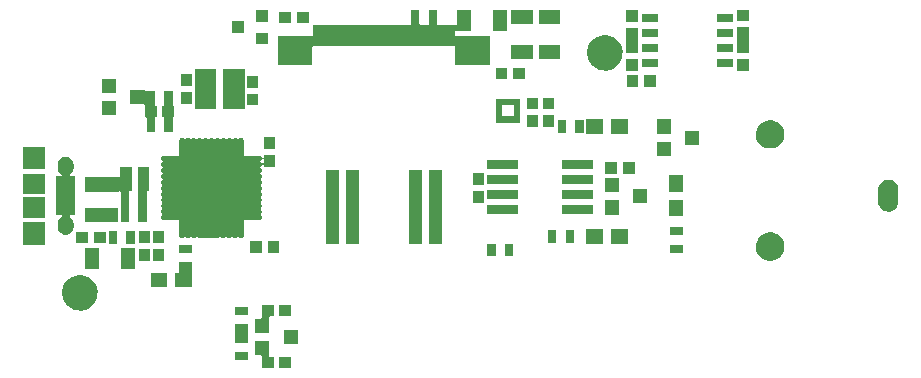
<source format=gbs>
G04 #@! TF.FileFunction,Soldermask,Bot*
%FSLAX46Y46*%
G04 Gerber Fmt 4.6, Leading zero omitted, Abs format (unit mm)*
G04 Created by KiCad (PCBNEW 4.0.2-stable) date 19/05/2016 18:52:09*
%MOMM*%
G01*
G04 APERTURE LIST*
%ADD10C,0.100000*%
G04 APERTURE END LIST*
D10*
G36*
X123150000Y-98375000D02*
X122150000Y-98375000D01*
X122150000Y-97425000D01*
X123150000Y-97425000D01*
X123150000Y-98375000D01*
X123150000Y-98375000D01*
G37*
G36*
X121300000Y-97325000D02*
X121303959Y-97352859D01*
X121315523Y-97378513D01*
X121333776Y-97399929D01*
X121357272Y-97415412D01*
X121384152Y-97423736D01*
X121400000Y-97425000D01*
X121650000Y-97425000D01*
X121650000Y-98375000D01*
X120650000Y-98375000D01*
X120650000Y-97350000D01*
X120646041Y-97322141D01*
X120634477Y-97296487D01*
X120616224Y-97275071D01*
X120592728Y-97259588D01*
X120565848Y-97251264D01*
X120550000Y-97250000D01*
X120100000Y-97250000D01*
X120100000Y-96050000D01*
X121300000Y-96050000D01*
X121300000Y-97325000D01*
X121300000Y-97325000D01*
G37*
G36*
X119450000Y-97700000D02*
X118350000Y-97700000D01*
X118350000Y-97000000D01*
X119450000Y-97000000D01*
X119450000Y-97700000D01*
X119450000Y-97700000D01*
G37*
G36*
X123700000Y-96300000D02*
X122500000Y-96300000D01*
X122500000Y-95100000D01*
X123700000Y-95100000D01*
X123700000Y-96300000D01*
X123700000Y-96300000D01*
G37*
G36*
X119450000Y-96200000D02*
X118350000Y-96200000D01*
X118350000Y-94650000D01*
X119450000Y-94650000D01*
X119450000Y-96200000D01*
X119450000Y-96200000D01*
G37*
G36*
X121650000Y-93975000D02*
X121400000Y-93975000D01*
X121372141Y-93978959D01*
X121346487Y-93990523D01*
X121325071Y-94008776D01*
X121309588Y-94032272D01*
X121301264Y-94059152D01*
X121300000Y-94075000D01*
X121300000Y-95350000D01*
X120100000Y-95350000D01*
X120100000Y-94150000D01*
X120550000Y-94150000D01*
X120577859Y-94146041D01*
X120603513Y-94134477D01*
X120624929Y-94116224D01*
X120640412Y-94092728D01*
X120648736Y-94065848D01*
X120650000Y-94050000D01*
X120650000Y-93025000D01*
X121650000Y-93025000D01*
X121650000Y-93975000D01*
X121650000Y-93975000D01*
G37*
G36*
X123150000Y-93975000D02*
X122150000Y-93975000D01*
X122150000Y-93025000D01*
X123150000Y-93025000D01*
X123150000Y-93975000D01*
X123150000Y-93975000D01*
G37*
G36*
X119450000Y-93850000D02*
X118350000Y-93850000D01*
X118350000Y-93150000D01*
X119450000Y-93150000D01*
X119450000Y-93850000D01*
X119450000Y-93850000D01*
G37*
G36*
X105407557Y-90470995D02*
X105695710Y-90530144D01*
X105966888Y-90644137D01*
X106210767Y-90808635D01*
X106418045Y-91017365D01*
X106580832Y-91262381D01*
X106692932Y-91534353D01*
X106749932Y-91822228D01*
X106749932Y-91822249D01*
X106750064Y-91822917D01*
X106745373Y-92158910D01*
X106745221Y-92159578D01*
X106745221Y-92159597D01*
X106680206Y-92445764D01*
X106560555Y-92714505D01*
X106390992Y-92954875D01*
X106177965Y-93157738D01*
X105929587Y-93315363D01*
X105655337Y-93421738D01*
X105365634Y-93472821D01*
X105071533Y-93466659D01*
X104784230Y-93403493D01*
X104514668Y-93285723D01*
X104273114Y-93117839D01*
X104068769Y-92906233D01*
X103909417Y-92658967D01*
X103801125Y-92385455D01*
X103748024Y-92096124D01*
X103752131Y-91801990D01*
X103813292Y-91514245D01*
X103929174Y-91243872D01*
X104095371Y-91001149D01*
X104305544Y-90795333D01*
X104551690Y-90634259D01*
X104824435Y-90524063D01*
X105113392Y-90468941D01*
X105407557Y-90470995D01*
X105407557Y-90470995D01*
G37*
G36*
X114750000Y-91500000D02*
X113350000Y-91500000D01*
X113350000Y-90300000D01*
X113550000Y-90300000D01*
X113577859Y-90296041D01*
X113603513Y-90284477D01*
X113624929Y-90266224D01*
X113640412Y-90242728D01*
X113648736Y-90215848D01*
X113650000Y-90200000D01*
X113650000Y-89400000D01*
X114750000Y-89400000D01*
X114750000Y-91500000D01*
X114750000Y-91500000D01*
G37*
G36*
X112650000Y-91500000D02*
X111250000Y-91500000D01*
X111250000Y-90300000D01*
X112650000Y-90300000D01*
X112650000Y-91500000D01*
X112650000Y-91500000D01*
G37*
G36*
X109900000Y-90000000D02*
X108700000Y-90000000D01*
X108700000Y-88200000D01*
X109900000Y-88200000D01*
X109900000Y-90000000D01*
X109900000Y-90000000D01*
G37*
G36*
X106900000Y-90000000D02*
X105700000Y-90000000D01*
X105700000Y-88200000D01*
X106900000Y-88200000D01*
X106900000Y-90000000D01*
X106900000Y-90000000D01*
G37*
G36*
X163826041Y-86850796D02*
X164056570Y-86898116D01*
X164273512Y-86989310D01*
X164468615Y-87120908D01*
X164634436Y-87287891D01*
X164764666Y-87483904D01*
X164854347Y-87701486D01*
X164899919Y-87931641D01*
X164899919Y-87931666D01*
X164900051Y-87932334D01*
X164896298Y-88201128D01*
X164896147Y-88201791D01*
X164896147Y-88201815D01*
X164844164Y-88430612D01*
X164748445Y-88645603D01*
X164612794Y-88837900D01*
X164442372Y-89000191D01*
X164243669Y-89126291D01*
X164024270Y-89211391D01*
X163792507Y-89252257D01*
X163557226Y-89247328D01*
X163327385Y-89196795D01*
X163111734Y-89102579D01*
X162918491Y-88968272D01*
X162755015Y-88798987D01*
X162627533Y-88601173D01*
X162540899Y-88382363D01*
X162498418Y-88150900D01*
X162501704Y-87915592D01*
X162550633Y-87685400D01*
X162643341Y-87469094D01*
X162776296Y-87274919D01*
X162944433Y-87110268D01*
X163141354Y-86981406D01*
X163359547Y-86893250D01*
X163590714Y-86849152D01*
X163826041Y-86850796D01*
X163826041Y-86850796D01*
G37*
G36*
X111175000Y-89250000D02*
X110225000Y-89250000D01*
X110225000Y-88250000D01*
X111175000Y-88250000D01*
X111175000Y-89250000D01*
X111175000Y-89250000D01*
G37*
G36*
X112375000Y-89250000D02*
X111425000Y-89250000D01*
X111425000Y-88250000D01*
X112375000Y-88250000D01*
X112375000Y-89250000D01*
X112375000Y-89250000D01*
G37*
G36*
X141950000Y-88900000D02*
X141250000Y-88900000D01*
X141250000Y-87800000D01*
X141950000Y-87800000D01*
X141950000Y-88900000D01*
X141950000Y-88900000D01*
G37*
G36*
X140450000Y-88900000D02*
X139750000Y-88900000D01*
X139750000Y-87800000D01*
X140450000Y-87800000D01*
X140450000Y-88900000D01*
X140450000Y-88900000D01*
G37*
G36*
X156300000Y-88600000D02*
X155200000Y-88600000D01*
X155200000Y-87900000D01*
X156300000Y-87900000D01*
X156300000Y-88600000D01*
X156300000Y-88600000D01*
G37*
G36*
X114750000Y-88600000D02*
X113650000Y-88600000D01*
X113650000Y-87900000D01*
X114750000Y-87900000D01*
X114750000Y-88600000D01*
X114750000Y-88600000D01*
G37*
G36*
X120650000Y-88575000D02*
X119650000Y-88575000D01*
X119650000Y-87625000D01*
X120650000Y-87625000D01*
X120650000Y-88575000D01*
X120650000Y-88575000D01*
G37*
G36*
X122150000Y-88575000D02*
X121150000Y-88575000D01*
X121150000Y-87625000D01*
X122150000Y-87625000D01*
X122150000Y-88575000D01*
X122150000Y-88575000D01*
G37*
G36*
X102300000Y-87900000D02*
X100400000Y-87900000D01*
X100400000Y-86000000D01*
X102300000Y-86000000D01*
X102300000Y-87900000D01*
X102300000Y-87900000D01*
G37*
G36*
X108400000Y-87850000D02*
X107700000Y-87850000D01*
X107700000Y-86750000D01*
X108400000Y-86750000D01*
X108400000Y-87850000D01*
X108400000Y-87850000D01*
G37*
G36*
X109900000Y-87850000D02*
X109200000Y-87850000D01*
X109200000Y-86750000D01*
X109900000Y-86750000D01*
X109900000Y-87850000D01*
X109900000Y-87850000D01*
G37*
G36*
X127200000Y-87825000D02*
X126100000Y-87825000D01*
X126100000Y-81575000D01*
X127200000Y-81575000D01*
X127200000Y-87825000D01*
X127200000Y-87825000D01*
G37*
G36*
X135900000Y-87825000D02*
X134800000Y-87825000D01*
X134800000Y-81575000D01*
X135900000Y-81575000D01*
X135900000Y-87825000D01*
X135900000Y-87825000D01*
G37*
G36*
X134200000Y-87825000D02*
X133100000Y-87825000D01*
X133100000Y-81575000D01*
X134200000Y-81575000D01*
X134200000Y-87825000D01*
X134200000Y-87825000D01*
G37*
G36*
X128900000Y-87825000D02*
X127800000Y-87825000D01*
X127800000Y-81575000D01*
X128900000Y-81575000D01*
X128900000Y-87825000D01*
X128900000Y-87825000D01*
G37*
G36*
X151650000Y-87800000D02*
X150250000Y-87800000D01*
X150250000Y-86600000D01*
X151650000Y-86600000D01*
X151650000Y-87800000D01*
X151650000Y-87800000D01*
G37*
G36*
X149550000Y-87800000D02*
X148150000Y-87800000D01*
X148150000Y-86600000D01*
X149550000Y-86600000D01*
X149550000Y-87800000D01*
X149550000Y-87800000D01*
G37*
G36*
X105950000Y-87775000D02*
X104950000Y-87775000D01*
X104950000Y-86825000D01*
X105950000Y-86825000D01*
X105950000Y-87775000D01*
X105950000Y-87775000D01*
G37*
G36*
X107450000Y-87775000D02*
X106450000Y-87775000D01*
X106450000Y-86825000D01*
X107450000Y-86825000D01*
X107450000Y-87775000D01*
X107450000Y-87775000D01*
G37*
G36*
X145600000Y-87750000D02*
X144900000Y-87750000D01*
X144900000Y-86650000D01*
X145600000Y-86650000D01*
X145600000Y-87750000D01*
X145600000Y-87750000D01*
G37*
G36*
X112375000Y-87750000D02*
X111425000Y-87750000D01*
X111425000Y-86750000D01*
X112375000Y-86750000D01*
X112375000Y-87750000D01*
X112375000Y-87750000D01*
G37*
G36*
X111175000Y-87750000D02*
X110225000Y-87750000D01*
X110225000Y-86750000D01*
X111175000Y-86750000D01*
X111175000Y-87750000D01*
X111175000Y-87750000D01*
G37*
G36*
X147100000Y-87750000D02*
X146400000Y-87750000D01*
X146400000Y-86650000D01*
X147100000Y-86650000D01*
X147100000Y-87750000D01*
X147100000Y-87750000D01*
G37*
G36*
X118950171Y-78851463D02*
X118950189Y-78851469D01*
X118950269Y-78851477D01*
X118996879Y-78865905D01*
X119039798Y-78889112D01*
X119077393Y-78920212D01*
X119108230Y-78958023D01*
X119131137Y-79001103D01*
X119145239Y-79047812D01*
X119150000Y-79096371D01*
X119150000Y-80103629D01*
X119149976Y-80107120D01*
X119144537Y-80155607D01*
X119129784Y-80202114D01*
X119128963Y-80203607D01*
X119128817Y-80204068D01*
X119119713Y-80228144D01*
X119117487Y-80256195D01*
X119123165Y-80283756D01*
X119136295Y-80308644D01*
X119155840Y-80328888D01*
X119164225Y-80333696D01*
X119165523Y-80336575D01*
X119183776Y-80357991D01*
X119207272Y-80373474D01*
X119234152Y-80381798D01*
X119262287Y-80382304D01*
X119295633Y-80371772D01*
X119301103Y-80368863D01*
X119347812Y-80354761D01*
X119396371Y-80350000D01*
X120403629Y-80350000D01*
X120407120Y-80350024D01*
X120455607Y-80355463D01*
X120502114Y-80370216D01*
X120544871Y-80393722D01*
X120582247Y-80425084D01*
X120612820Y-80463109D01*
X120635425Y-80506348D01*
X120635496Y-80506591D01*
X120636379Y-80508279D01*
X120652794Y-80531134D01*
X120674927Y-80548510D01*
X120701025Y-80559033D01*
X120729021Y-80561869D01*
X120756698Y-80556793D01*
X120781866Y-80544207D01*
X120802531Y-80525108D01*
X120817057Y-80501008D01*
X120825000Y-80461950D01*
X120825000Y-80300000D01*
X121775000Y-80300000D01*
X121775000Y-81300000D01*
X120825000Y-81300000D01*
X120825000Y-81238894D01*
X120821041Y-81211035D01*
X120809477Y-81185381D01*
X120791224Y-81163965D01*
X120767728Y-81148482D01*
X120740848Y-81140158D01*
X120712713Y-81139652D01*
X120685551Y-81147004D01*
X120661513Y-81161632D01*
X120637035Y-81191332D01*
X120634174Y-81196623D01*
X120634095Y-81196879D01*
X120610888Y-81239798D01*
X120579788Y-81277393D01*
X120579372Y-81277732D01*
X120573684Y-81284608D01*
X120574009Y-81284877D01*
X120566097Y-81293449D01*
X120553527Y-81318625D01*
X120548469Y-81346306D01*
X120551323Y-81374300D01*
X120561863Y-81400391D01*
X120576382Y-81417669D01*
X120576245Y-81417779D01*
X120581852Y-81424753D01*
X120582247Y-81425084D01*
X120612820Y-81463109D01*
X120635425Y-81506348D01*
X120649201Y-81553155D01*
X120649207Y-81553222D01*
X120649213Y-81553242D01*
X120653627Y-81601744D01*
X120648537Y-81650171D01*
X120648531Y-81650189D01*
X120648523Y-81650269D01*
X120634095Y-81696879D01*
X120610888Y-81739798D01*
X120579788Y-81777393D01*
X120579373Y-81777732D01*
X120573684Y-81784608D01*
X120574009Y-81784877D01*
X120566097Y-81793449D01*
X120553527Y-81818625D01*
X120548469Y-81846306D01*
X120551323Y-81874300D01*
X120561863Y-81900391D01*
X120576382Y-81917669D01*
X120576245Y-81917779D01*
X120581852Y-81924753D01*
X120582247Y-81925084D01*
X120612820Y-81963109D01*
X120635425Y-82006348D01*
X120649201Y-82053155D01*
X120649207Y-82053222D01*
X120649213Y-82053242D01*
X120653627Y-82101744D01*
X120648537Y-82150171D01*
X120648531Y-82150189D01*
X120648523Y-82150269D01*
X120634095Y-82196879D01*
X120610888Y-82239798D01*
X120579788Y-82277393D01*
X120579373Y-82277732D01*
X120573684Y-82284608D01*
X120574009Y-82284877D01*
X120566097Y-82293449D01*
X120553527Y-82318625D01*
X120548469Y-82346306D01*
X120551323Y-82374300D01*
X120561863Y-82400391D01*
X120576382Y-82417669D01*
X120576245Y-82417779D01*
X120581852Y-82424753D01*
X120582247Y-82425084D01*
X120612820Y-82463109D01*
X120635425Y-82506348D01*
X120649201Y-82553155D01*
X120649207Y-82553222D01*
X120649213Y-82553242D01*
X120653627Y-82601744D01*
X120648537Y-82650171D01*
X120648531Y-82650189D01*
X120648523Y-82650269D01*
X120634095Y-82696879D01*
X120610888Y-82739798D01*
X120579788Y-82777393D01*
X120579373Y-82777732D01*
X120573684Y-82784608D01*
X120574009Y-82784877D01*
X120566097Y-82793449D01*
X120553527Y-82818625D01*
X120548469Y-82846306D01*
X120551323Y-82874300D01*
X120561863Y-82900391D01*
X120576382Y-82917669D01*
X120576245Y-82917779D01*
X120581852Y-82924753D01*
X120582247Y-82925084D01*
X120612820Y-82963109D01*
X120635425Y-83006348D01*
X120649201Y-83053155D01*
X120649207Y-83053222D01*
X120649213Y-83053242D01*
X120653627Y-83101744D01*
X120648537Y-83150171D01*
X120648531Y-83150189D01*
X120648523Y-83150269D01*
X120634095Y-83196879D01*
X120610888Y-83239798D01*
X120579788Y-83277393D01*
X120579373Y-83277732D01*
X120573684Y-83284608D01*
X120574009Y-83284877D01*
X120566097Y-83293449D01*
X120553527Y-83318625D01*
X120548469Y-83346306D01*
X120551323Y-83374300D01*
X120561863Y-83400391D01*
X120576382Y-83417669D01*
X120576245Y-83417779D01*
X120581852Y-83424753D01*
X120582247Y-83425084D01*
X120612820Y-83463109D01*
X120635425Y-83506348D01*
X120649201Y-83553155D01*
X120649207Y-83553222D01*
X120649213Y-83553242D01*
X120653627Y-83601744D01*
X120648537Y-83650171D01*
X120648531Y-83650189D01*
X120648523Y-83650269D01*
X120634095Y-83696879D01*
X120610888Y-83739798D01*
X120579788Y-83777393D01*
X120579373Y-83777732D01*
X120573684Y-83784608D01*
X120574009Y-83784877D01*
X120566097Y-83793449D01*
X120553527Y-83818625D01*
X120548469Y-83846306D01*
X120551323Y-83874300D01*
X120561863Y-83900391D01*
X120576382Y-83917669D01*
X120576245Y-83917779D01*
X120581852Y-83924753D01*
X120582247Y-83925084D01*
X120612820Y-83963109D01*
X120635425Y-84006348D01*
X120649201Y-84053155D01*
X120649207Y-84053222D01*
X120649213Y-84053242D01*
X120653627Y-84101744D01*
X120648537Y-84150171D01*
X120648531Y-84150189D01*
X120648523Y-84150269D01*
X120634095Y-84196879D01*
X120610888Y-84239798D01*
X120579788Y-84277393D01*
X120579373Y-84277732D01*
X120573684Y-84284608D01*
X120574009Y-84284877D01*
X120566097Y-84293449D01*
X120553527Y-84318625D01*
X120548469Y-84346306D01*
X120551323Y-84374300D01*
X120561863Y-84400391D01*
X120576382Y-84417669D01*
X120576245Y-84417779D01*
X120581852Y-84424753D01*
X120582247Y-84425084D01*
X120612820Y-84463109D01*
X120635425Y-84506348D01*
X120649201Y-84553155D01*
X120649207Y-84553222D01*
X120649213Y-84553242D01*
X120653627Y-84601744D01*
X120648537Y-84650171D01*
X120648531Y-84650189D01*
X120648523Y-84650269D01*
X120634095Y-84696879D01*
X120610888Y-84739798D01*
X120579788Y-84777393D01*
X120579373Y-84777732D01*
X120573684Y-84784608D01*
X120574009Y-84784877D01*
X120566097Y-84793449D01*
X120553527Y-84818625D01*
X120548469Y-84846306D01*
X120551323Y-84874300D01*
X120561863Y-84900391D01*
X120576382Y-84917669D01*
X120576245Y-84917779D01*
X120581852Y-84924753D01*
X120582247Y-84925084D01*
X120612820Y-84963109D01*
X120635425Y-85006348D01*
X120649201Y-85053155D01*
X120649207Y-85053222D01*
X120649213Y-85053242D01*
X120653627Y-85101744D01*
X120648537Y-85150171D01*
X120648531Y-85150189D01*
X120648523Y-85150269D01*
X120634095Y-85196879D01*
X120610888Y-85239798D01*
X120579788Y-85277393D01*
X120579373Y-85277732D01*
X120573684Y-85284608D01*
X120574009Y-85284877D01*
X120566097Y-85293449D01*
X120553527Y-85318625D01*
X120548469Y-85346306D01*
X120551323Y-85374300D01*
X120561863Y-85400391D01*
X120576382Y-85417669D01*
X120576245Y-85417779D01*
X120581852Y-85424753D01*
X120582247Y-85425084D01*
X120612820Y-85463109D01*
X120635425Y-85506348D01*
X120649201Y-85553155D01*
X120649207Y-85553222D01*
X120649213Y-85553242D01*
X120653627Y-85601744D01*
X120648537Y-85650171D01*
X120648531Y-85650189D01*
X120648523Y-85650269D01*
X120634095Y-85696879D01*
X120610888Y-85739798D01*
X120579788Y-85777393D01*
X120541977Y-85808230D01*
X120498897Y-85831137D01*
X120452188Y-85845239D01*
X120403629Y-85850000D01*
X119396371Y-85850000D01*
X119392880Y-85849976D01*
X119344393Y-85844537D01*
X119297886Y-85829784D01*
X119296393Y-85828963D01*
X119295932Y-85828817D01*
X119271856Y-85819713D01*
X119243805Y-85817487D01*
X119216244Y-85823165D01*
X119191356Y-85836295D01*
X119171112Y-85855840D01*
X119166304Y-85864225D01*
X119163425Y-85865523D01*
X119142009Y-85883776D01*
X119126526Y-85907272D01*
X119118202Y-85934152D01*
X119117696Y-85962287D01*
X119128228Y-85995633D01*
X119131137Y-86001103D01*
X119145239Y-86047812D01*
X119150000Y-86096371D01*
X119150000Y-87103629D01*
X119149976Y-87107120D01*
X119144537Y-87155607D01*
X119129784Y-87202114D01*
X119106278Y-87244871D01*
X119074916Y-87282247D01*
X119036891Y-87312820D01*
X118993652Y-87335425D01*
X118946845Y-87349201D01*
X118946778Y-87349207D01*
X118946758Y-87349213D01*
X118898256Y-87353627D01*
X118849829Y-87348537D01*
X118849811Y-87348531D01*
X118849731Y-87348523D01*
X118803121Y-87334095D01*
X118760202Y-87310888D01*
X118722607Y-87279788D01*
X118722268Y-87279373D01*
X118715392Y-87273684D01*
X118715123Y-87274009D01*
X118706551Y-87266097D01*
X118681375Y-87253527D01*
X118653694Y-87248469D01*
X118625700Y-87251323D01*
X118599609Y-87261863D01*
X118582331Y-87276382D01*
X118582221Y-87276245D01*
X118575247Y-87281852D01*
X118574916Y-87282247D01*
X118536891Y-87312820D01*
X118493652Y-87335425D01*
X118446845Y-87349201D01*
X118446778Y-87349207D01*
X118446758Y-87349213D01*
X118398256Y-87353627D01*
X118349829Y-87348537D01*
X118349811Y-87348531D01*
X118349731Y-87348523D01*
X118303121Y-87334095D01*
X118260202Y-87310888D01*
X118222607Y-87279788D01*
X118222268Y-87279373D01*
X118215392Y-87273684D01*
X118215123Y-87274009D01*
X118206551Y-87266097D01*
X118181375Y-87253527D01*
X118153694Y-87248469D01*
X118125700Y-87251323D01*
X118099609Y-87261863D01*
X118082331Y-87276382D01*
X118082221Y-87276245D01*
X118075247Y-87281852D01*
X118074916Y-87282247D01*
X118036891Y-87312820D01*
X117993652Y-87335425D01*
X117946845Y-87349201D01*
X117946778Y-87349207D01*
X117946758Y-87349213D01*
X117898256Y-87353627D01*
X117849829Y-87348537D01*
X117849811Y-87348531D01*
X117849731Y-87348523D01*
X117803121Y-87334095D01*
X117760202Y-87310888D01*
X117722607Y-87279788D01*
X117722268Y-87279373D01*
X117715392Y-87273684D01*
X117715123Y-87274009D01*
X117706551Y-87266097D01*
X117681375Y-87253527D01*
X117653694Y-87248469D01*
X117625700Y-87251323D01*
X117599609Y-87261863D01*
X117582331Y-87276382D01*
X117582221Y-87276245D01*
X117575247Y-87281852D01*
X117574916Y-87282247D01*
X117536891Y-87312820D01*
X117493652Y-87335425D01*
X117446845Y-87349201D01*
X117446778Y-87349207D01*
X117446758Y-87349213D01*
X117398256Y-87353627D01*
X117349829Y-87348537D01*
X117349811Y-87348531D01*
X117349731Y-87348523D01*
X117303121Y-87334095D01*
X117260202Y-87310888D01*
X117222607Y-87279788D01*
X117222268Y-87279373D01*
X117215392Y-87273684D01*
X117215123Y-87274009D01*
X117206551Y-87266097D01*
X117181375Y-87253527D01*
X117153694Y-87248469D01*
X117125700Y-87251323D01*
X117099609Y-87261863D01*
X117082331Y-87276382D01*
X117082221Y-87276245D01*
X117075247Y-87281852D01*
X117074916Y-87282247D01*
X117036891Y-87312820D01*
X116993652Y-87335425D01*
X116946845Y-87349201D01*
X116946778Y-87349207D01*
X116946758Y-87349213D01*
X116898256Y-87353627D01*
X116849829Y-87348537D01*
X116849811Y-87348531D01*
X116849731Y-87348523D01*
X116803121Y-87334095D01*
X116760202Y-87310888D01*
X116722607Y-87279788D01*
X116722268Y-87279373D01*
X116715392Y-87273684D01*
X116715123Y-87274009D01*
X116706551Y-87266097D01*
X116681375Y-87253527D01*
X116653694Y-87248469D01*
X116625700Y-87251323D01*
X116599609Y-87261863D01*
X116582331Y-87276382D01*
X116582221Y-87276245D01*
X116575247Y-87281852D01*
X116574916Y-87282247D01*
X116536891Y-87312820D01*
X116493652Y-87335425D01*
X116446845Y-87349201D01*
X116446778Y-87349207D01*
X116446758Y-87349213D01*
X116398256Y-87353627D01*
X116349829Y-87348537D01*
X116349811Y-87348531D01*
X116349731Y-87348523D01*
X116303121Y-87334095D01*
X116260202Y-87310888D01*
X116222607Y-87279788D01*
X116222268Y-87279373D01*
X116215392Y-87273684D01*
X116215123Y-87274009D01*
X116206551Y-87266097D01*
X116181375Y-87253527D01*
X116153694Y-87248469D01*
X116125700Y-87251323D01*
X116099609Y-87261863D01*
X116082331Y-87276382D01*
X116082221Y-87276245D01*
X116075247Y-87281852D01*
X116074916Y-87282247D01*
X116036891Y-87312820D01*
X115993652Y-87335425D01*
X115946845Y-87349201D01*
X115946778Y-87349207D01*
X115946758Y-87349213D01*
X115898256Y-87353627D01*
X115849829Y-87348537D01*
X115849811Y-87348531D01*
X115849731Y-87348523D01*
X115803121Y-87334095D01*
X115760202Y-87310888D01*
X115722607Y-87279788D01*
X115722268Y-87279373D01*
X115715392Y-87273684D01*
X115715123Y-87274009D01*
X115706551Y-87266097D01*
X115681375Y-87253527D01*
X115653694Y-87248469D01*
X115625700Y-87251323D01*
X115599609Y-87261863D01*
X115582331Y-87276382D01*
X115582221Y-87276245D01*
X115575247Y-87281852D01*
X115574916Y-87282247D01*
X115536891Y-87312820D01*
X115493652Y-87335425D01*
X115446845Y-87349201D01*
X115446778Y-87349207D01*
X115446758Y-87349213D01*
X115398256Y-87353627D01*
X115349829Y-87348537D01*
X115349811Y-87348531D01*
X115349731Y-87348523D01*
X115303121Y-87334095D01*
X115260202Y-87310888D01*
X115222607Y-87279788D01*
X115222268Y-87279373D01*
X115215392Y-87273684D01*
X115215123Y-87274009D01*
X115206551Y-87266097D01*
X115181375Y-87253527D01*
X115153694Y-87248469D01*
X115125700Y-87251323D01*
X115099609Y-87261863D01*
X115082331Y-87276382D01*
X115082221Y-87276245D01*
X115075247Y-87281852D01*
X115074916Y-87282247D01*
X115036891Y-87312820D01*
X114993652Y-87335425D01*
X114946845Y-87349201D01*
X114946778Y-87349207D01*
X114946758Y-87349213D01*
X114898256Y-87353627D01*
X114849829Y-87348537D01*
X114849811Y-87348531D01*
X114849731Y-87348523D01*
X114803121Y-87334095D01*
X114760202Y-87310888D01*
X114722607Y-87279788D01*
X114722268Y-87279373D01*
X114715392Y-87273684D01*
X114715123Y-87274009D01*
X114706551Y-87266097D01*
X114681375Y-87253527D01*
X114653694Y-87248469D01*
X114625700Y-87251323D01*
X114599609Y-87261863D01*
X114582331Y-87276382D01*
X114582221Y-87276245D01*
X114575247Y-87281852D01*
X114574916Y-87282247D01*
X114536891Y-87312820D01*
X114493652Y-87335425D01*
X114446845Y-87349201D01*
X114446778Y-87349207D01*
X114446758Y-87349213D01*
X114398256Y-87353627D01*
X114349829Y-87348537D01*
X114349811Y-87348531D01*
X114349731Y-87348523D01*
X114303121Y-87334095D01*
X114260202Y-87310888D01*
X114222607Y-87279788D01*
X114222268Y-87279373D01*
X114215392Y-87273684D01*
X114215123Y-87274009D01*
X114206551Y-87266097D01*
X114181375Y-87253527D01*
X114153694Y-87248469D01*
X114125700Y-87251323D01*
X114099609Y-87261863D01*
X114082331Y-87276382D01*
X114082221Y-87276245D01*
X114075247Y-87281852D01*
X114074916Y-87282247D01*
X114036891Y-87312820D01*
X113993652Y-87335425D01*
X113946845Y-87349201D01*
X113946778Y-87349207D01*
X113946758Y-87349213D01*
X113898256Y-87353627D01*
X113849829Y-87348537D01*
X113849811Y-87348531D01*
X113849731Y-87348523D01*
X113803121Y-87334095D01*
X113760202Y-87310888D01*
X113722607Y-87279788D01*
X113691770Y-87241977D01*
X113668863Y-87198897D01*
X113654761Y-87152188D01*
X113650000Y-87103629D01*
X113650000Y-86096371D01*
X113650024Y-86092880D01*
X113655463Y-86044393D01*
X113670216Y-85997886D01*
X113671037Y-85996393D01*
X113671183Y-85995932D01*
X113680287Y-85971856D01*
X113682513Y-85943805D01*
X113676835Y-85916244D01*
X113663705Y-85891356D01*
X113644160Y-85871112D01*
X113635775Y-85866304D01*
X113634477Y-85863425D01*
X113616224Y-85842009D01*
X113592728Y-85826526D01*
X113565848Y-85818202D01*
X113537713Y-85817696D01*
X113504367Y-85828228D01*
X113498897Y-85831137D01*
X113452188Y-85845239D01*
X113403629Y-85850000D01*
X112396371Y-85850000D01*
X112392880Y-85849976D01*
X112344393Y-85844537D01*
X112297886Y-85829784D01*
X112255129Y-85806278D01*
X112217753Y-85774916D01*
X112187180Y-85736891D01*
X112164575Y-85693652D01*
X112150799Y-85646845D01*
X112150793Y-85646778D01*
X112150787Y-85646758D01*
X112146373Y-85598256D01*
X112151463Y-85549829D01*
X112151469Y-85549811D01*
X112151477Y-85549731D01*
X112165905Y-85503121D01*
X112189112Y-85460202D01*
X112220212Y-85422607D01*
X112220627Y-85422268D01*
X112226316Y-85415392D01*
X112225991Y-85415123D01*
X112233903Y-85406551D01*
X112246473Y-85381375D01*
X112251531Y-85353694D01*
X112248677Y-85325700D01*
X112238137Y-85299609D01*
X112223618Y-85282331D01*
X112223755Y-85282221D01*
X112218148Y-85275247D01*
X112217753Y-85274916D01*
X112187180Y-85236891D01*
X112164575Y-85193652D01*
X112150799Y-85146845D01*
X112150793Y-85146778D01*
X112150787Y-85146758D01*
X112146373Y-85098256D01*
X112151463Y-85049829D01*
X112151469Y-85049811D01*
X112151477Y-85049731D01*
X112165905Y-85003121D01*
X112189112Y-84960202D01*
X112220212Y-84922607D01*
X112220627Y-84922268D01*
X112226316Y-84915392D01*
X112225991Y-84915123D01*
X112233903Y-84906551D01*
X112246473Y-84881375D01*
X112251531Y-84853694D01*
X112248677Y-84825700D01*
X112238137Y-84799609D01*
X112223618Y-84782331D01*
X112223755Y-84782221D01*
X112218148Y-84775247D01*
X112217753Y-84774916D01*
X112187180Y-84736891D01*
X112164575Y-84693652D01*
X112150799Y-84646845D01*
X112150793Y-84646778D01*
X112150787Y-84646758D01*
X112146373Y-84598256D01*
X112151463Y-84549829D01*
X112151469Y-84549811D01*
X112151477Y-84549731D01*
X112165905Y-84503121D01*
X112189112Y-84460202D01*
X112220212Y-84422607D01*
X112220627Y-84422268D01*
X112226316Y-84415392D01*
X112225991Y-84415123D01*
X112233903Y-84406551D01*
X112246473Y-84381375D01*
X112251531Y-84353694D01*
X112248677Y-84325700D01*
X112238137Y-84299609D01*
X112223618Y-84282331D01*
X112223755Y-84282221D01*
X112218148Y-84275247D01*
X112217753Y-84274916D01*
X112187180Y-84236891D01*
X112164575Y-84193652D01*
X112150799Y-84146845D01*
X112150793Y-84146778D01*
X112150787Y-84146758D01*
X112146373Y-84098256D01*
X112151463Y-84049829D01*
X112151469Y-84049811D01*
X112151477Y-84049731D01*
X112165905Y-84003121D01*
X112189112Y-83960202D01*
X112220212Y-83922607D01*
X112220627Y-83922268D01*
X112226316Y-83915392D01*
X112225991Y-83915123D01*
X112233903Y-83906551D01*
X112246473Y-83881375D01*
X112251531Y-83853694D01*
X112248677Y-83825700D01*
X112238137Y-83799609D01*
X112223618Y-83782331D01*
X112223755Y-83782221D01*
X112218148Y-83775247D01*
X112217753Y-83774916D01*
X112187180Y-83736891D01*
X112164575Y-83693652D01*
X112150799Y-83646845D01*
X112150793Y-83646778D01*
X112150787Y-83646758D01*
X112146373Y-83598256D01*
X112151463Y-83549829D01*
X112151469Y-83549811D01*
X112151477Y-83549731D01*
X112165905Y-83503121D01*
X112189112Y-83460202D01*
X112220212Y-83422607D01*
X112220627Y-83422268D01*
X112226316Y-83415392D01*
X112225991Y-83415123D01*
X112233903Y-83406551D01*
X112246473Y-83381375D01*
X112251531Y-83353694D01*
X112248677Y-83325700D01*
X112238137Y-83299609D01*
X112223618Y-83282331D01*
X112223755Y-83282221D01*
X112218148Y-83275247D01*
X112217753Y-83274916D01*
X112187180Y-83236891D01*
X112164575Y-83193652D01*
X112150799Y-83146845D01*
X112150793Y-83146778D01*
X112150787Y-83146758D01*
X112146373Y-83098256D01*
X112151463Y-83049829D01*
X112151469Y-83049811D01*
X112151477Y-83049731D01*
X112165905Y-83003121D01*
X112189112Y-82960202D01*
X112220212Y-82922607D01*
X112220627Y-82922268D01*
X112226316Y-82915392D01*
X112225991Y-82915123D01*
X112233903Y-82906551D01*
X112246473Y-82881375D01*
X112251531Y-82853694D01*
X112248677Y-82825700D01*
X112238137Y-82799609D01*
X112223618Y-82782331D01*
X112223755Y-82782221D01*
X112218148Y-82775247D01*
X112217753Y-82774916D01*
X112187180Y-82736891D01*
X112164575Y-82693652D01*
X112150799Y-82646845D01*
X112150793Y-82646778D01*
X112150787Y-82646758D01*
X112146373Y-82598256D01*
X112151463Y-82549829D01*
X112151469Y-82549811D01*
X112151477Y-82549731D01*
X112165905Y-82503121D01*
X112189112Y-82460202D01*
X112220212Y-82422607D01*
X112220627Y-82422268D01*
X112226316Y-82415392D01*
X112225991Y-82415123D01*
X112233903Y-82406551D01*
X112246473Y-82381375D01*
X112251531Y-82353694D01*
X112248677Y-82325700D01*
X112238137Y-82299609D01*
X112223618Y-82282331D01*
X112223755Y-82282221D01*
X112218148Y-82275247D01*
X112217753Y-82274916D01*
X112187180Y-82236891D01*
X112164575Y-82193652D01*
X112150799Y-82146845D01*
X112150793Y-82146778D01*
X112150787Y-82146758D01*
X112146373Y-82098256D01*
X112151463Y-82049829D01*
X112151469Y-82049811D01*
X112151477Y-82049731D01*
X112165905Y-82003121D01*
X112189112Y-81960202D01*
X112220212Y-81922607D01*
X112220627Y-81922268D01*
X112226316Y-81915392D01*
X112225991Y-81915123D01*
X112233903Y-81906551D01*
X112246473Y-81881375D01*
X112251531Y-81853694D01*
X112248677Y-81825700D01*
X112238137Y-81799609D01*
X112223618Y-81782331D01*
X112223755Y-81782221D01*
X112218148Y-81775247D01*
X112217753Y-81774916D01*
X112187180Y-81736891D01*
X112164575Y-81693652D01*
X112150799Y-81646845D01*
X112150793Y-81646778D01*
X112150787Y-81646758D01*
X112146373Y-81598256D01*
X112151463Y-81549829D01*
X112151469Y-81549811D01*
X112151477Y-81549731D01*
X112165905Y-81503121D01*
X112189112Y-81460202D01*
X112220212Y-81422607D01*
X112220627Y-81422268D01*
X112226316Y-81415392D01*
X112225991Y-81415123D01*
X112233903Y-81406551D01*
X112246473Y-81381375D01*
X112251531Y-81353694D01*
X112248677Y-81325700D01*
X112238137Y-81299609D01*
X112223618Y-81282331D01*
X112223755Y-81282221D01*
X112218148Y-81275247D01*
X112217753Y-81274916D01*
X112187180Y-81236891D01*
X112164575Y-81193652D01*
X112150799Y-81146845D01*
X112150793Y-81146778D01*
X112150787Y-81146758D01*
X112146373Y-81098256D01*
X112151463Y-81049829D01*
X112151469Y-81049811D01*
X112151477Y-81049731D01*
X112165905Y-81003121D01*
X112189112Y-80960202D01*
X112220212Y-80922607D01*
X112220627Y-80922268D01*
X112226316Y-80915392D01*
X112225991Y-80915123D01*
X112233903Y-80906551D01*
X112246473Y-80881375D01*
X112251531Y-80853694D01*
X112250778Y-80846306D01*
X120548469Y-80846306D01*
X120551323Y-80874300D01*
X120561863Y-80900391D01*
X120576382Y-80917669D01*
X120576245Y-80917779D01*
X120581852Y-80924753D01*
X120582247Y-80925084D01*
X120612820Y-80963109D01*
X120635425Y-81006348D01*
X120635496Y-81006591D01*
X120636379Y-81008279D01*
X120652794Y-81031134D01*
X120674927Y-81048510D01*
X120701025Y-81059033D01*
X120729021Y-81061869D01*
X120756698Y-81056793D01*
X120781866Y-81044207D01*
X120802531Y-81025108D01*
X120817057Y-81001008D01*
X120825000Y-80961950D01*
X120825000Y-80738894D01*
X120821041Y-80711035D01*
X120809477Y-80685381D01*
X120791224Y-80663965D01*
X120767728Y-80648482D01*
X120740848Y-80640158D01*
X120712713Y-80639652D01*
X120685551Y-80647004D01*
X120661513Y-80661632D01*
X120637035Y-80691332D01*
X120634174Y-80696623D01*
X120634095Y-80696879D01*
X120610888Y-80739798D01*
X120579788Y-80777393D01*
X120579372Y-80777732D01*
X120573684Y-80784608D01*
X120574009Y-80784877D01*
X120566097Y-80793449D01*
X120553527Y-80818625D01*
X120548469Y-80846306D01*
X112250778Y-80846306D01*
X112248677Y-80825700D01*
X112238137Y-80799609D01*
X112223618Y-80782331D01*
X112223755Y-80782221D01*
X112218148Y-80775247D01*
X112217753Y-80774916D01*
X112187180Y-80736891D01*
X112164575Y-80693652D01*
X112150799Y-80646845D01*
X112150793Y-80646778D01*
X112150787Y-80646758D01*
X112146373Y-80598256D01*
X112151463Y-80549829D01*
X112151469Y-80549811D01*
X112151477Y-80549731D01*
X112165905Y-80503121D01*
X112189112Y-80460202D01*
X112220212Y-80422607D01*
X112258023Y-80391770D01*
X112301103Y-80368863D01*
X112347812Y-80354761D01*
X112396371Y-80350000D01*
X113403629Y-80350000D01*
X113407120Y-80350024D01*
X113455607Y-80355463D01*
X113502114Y-80370216D01*
X113503607Y-80371037D01*
X113504068Y-80371183D01*
X113528144Y-80380287D01*
X113556195Y-80382513D01*
X113583756Y-80376835D01*
X113608644Y-80363705D01*
X113628888Y-80344160D01*
X113633696Y-80335775D01*
X113636575Y-80334477D01*
X113657991Y-80316224D01*
X113673474Y-80292728D01*
X113681798Y-80265848D01*
X113682304Y-80237713D01*
X113671772Y-80204367D01*
X113668863Y-80198897D01*
X113654761Y-80152188D01*
X113650000Y-80103629D01*
X113650000Y-79096371D01*
X113650024Y-79092880D01*
X113655463Y-79044393D01*
X113670216Y-78997886D01*
X113693722Y-78955129D01*
X113725084Y-78917753D01*
X113763109Y-78887180D01*
X113806348Y-78864575D01*
X113853155Y-78850799D01*
X113853222Y-78850793D01*
X113853242Y-78850787D01*
X113901744Y-78846373D01*
X113950171Y-78851463D01*
X113950189Y-78851469D01*
X113950269Y-78851477D01*
X113996879Y-78865905D01*
X114039798Y-78889112D01*
X114077393Y-78920212D01*
X114077732Y-78920627D01*
X114084608Y-78926316D01*
X114084877Y-78925991D01*
X114093449Y-78933903D01*
X114118625Y-78946473D01*
X114146306Y-78951531D01*
X114174300Y-78948677D01*
X114200391Y-78938137D01*
X114217669Y-78923618D01*
X114217779Y-78923755D01*
X114224753Y-78918148D01*
X114225084Y-78917753D01*
X114263109Y-78887180D01*
X114306348Y-78864575D01*
X114353155Y-78850799D01*
X114353222Y-78850793D01*
X114353242Y-78850787D01*
X114401744Y-78846373D01*
X114450171Y-78851463D01*
X114450189Y-78851469D01*
X114450269Y-78851477D01*
X114496879Y-78865905D01*
X114539798Y-78889112D01*
X114577393Y-78920212D01*
X114577732Y-78920627D01*
X114584608Y-78926316D01*
X114584877Y-78925991D01*
X114593449Y-78933903D01*
X114618625Y-78946473D01*
X114646306Y-78951531D01*
X114674300Y-78948677D01*
X114700391Y-78938137D01*
X114717669Y-78923618D01*
X114717779Y-78923755D01*
X114724753Y-78918148D01*
X114725084Y-78917753D01*
X114763109Y-78887180D01*
X114806348Y-78864575D01*
X114853155Y-78850799D01*
X114853222Y-78850793D01*
X114853242Y-78850787D01*
X114901744Y-78846373D01*
X114950171Y-78851463D01*
X114950189Y-78851469D01*
X114950269Y-78851477D01*
X114996879Y-78865905D01*
X115039798Y-78889112D01*
X115077393Y-78920212D01*
X115077732Y-78920627D01*
X115084608Y-78926316D01*
X115084877Y-78925991D01*
X115093449Y-78933903D01*
X115118625Y-78946473D01*
X115146306Y-78951531D01*
X115174300Y-78948677D01*
X115200391Y-78938137D01*
X115217669Y-78923618D01*
X115217779Y-78923755D01*
X115224753Y-78918148D01*
X115225084Y-78917753D01*
X115263109Y-78887180D01*
X115306348Y-78864575D01*
X115353155Y-78850799D01*
X115353222Y-78850793D01*
X115353242Y-78850787D01*
X115401744Y-78846373D01*
X115450171Y-78851463D01*
X115450189Y-78851469D01*
X115450269Y-78851477D01*
X115496879Y-78865905D01*
X115539798Y-78889112D01*
X115577393Y-78920212D01*
X115577732Y-78920627D01*
X115584608Y-78926316D01*
X115584877Y-78925991D01*
X115593449Y-78933903D01*
X115618625Y-78946473D01*
X115646306Y-78951531D01*
X115674300Y-78948677D01*
X115700391Y-78938137D01*
X115717669Y-78923618D01*
X115717779Y-78923755D01*
X115724753Y-78918148D01*
X115725084Y-78917753D01*
X115763109Y-78887180D01*
X115806348Y-78864575D01*
X115853155Y-78850799D01*
X115853222Y-78850793D01*
X115853242Y-78850787D01*
X115901744Y-78846373D01*
X115950171Y-78851463D01*
X115950189Y-78851469D01*
X115950269Y-78851477D01*
X115996879Y-78865905D01*
X116039798Y-78889112D01*
X116077393Y-78920212D01*
X116077732Y-78920627D01*
X116084608Y-78926316D01*
X116084877Y-78925991D01*
X116093449Y-78933903D01*
X116118625Y-78946473D01*
X116146306Y-78951531D01*
X116174300Y-78948677D01*
X116200391Y-78938137D01*
X116217669Y-78923618D01*
X116217779Y-78923755D01*
X116224753Y-78918148D01*
X116225084Y-78917753D01*
X116263109Y-78887180D01*
X116306348Y-78864575D01*
X116353155Y-78850799D01*
X116353222Y-78850793D01*
X116353242Y-78850787D01*
X116401744Y-78846373D01*
X116450171Y-78851463D01*
X116450189Y-78851469D01*
X116450269Y-78851477D01*
X116496879Y-78865905D01*
X116539798Y-78889112D01*
X116577393Y-78920212D01*
X116577732Y-78920627D01*
X116584608Y-78926316D01*
X116584877Y-78925991D01*
X116593449Y-78933903D01*
X116618625Y-78946473D01*
X116646306Y-78951531D01*
X116674300Y-78948677D01*
X116700391Y-78938137D01*
X116717669Y-78923618D01*
X116717779Y-78923755D01*
X116724753Y-78918148D01*
X116725084Y-78917753D01*
X116763109Y-78887180D01*
X116806348Y-78864575D01*
X116853155Y-78850799D01*
X116853222Y-78850793D01*
X116853242Y-78850787D01*
X116901744Y-78846373D01*
X116950171Y-78851463D01*
X116950189Y-78851469D01*
X116950269Y-78851477D01*
X116996879Y-78865905D01*
X117039798Y-78889112D01*
X117077393Y-78920212D01*
X117077732Y-78920627D01*
X117084608Y-78926316D01*
X117084877Y-78925991D01*
X117093449Y-78933903D01*
X117118625Y-78946473D01*
X117146306Y-78951531D01*
X117174300Y-78948677D01*
X117200391Y-78938137D01*
X117217669Y-78923618D01*
X117217779Y-78923755D01*
X117224753Y-78918148D01*
X117225084Y-78917753D01*
X117263109Y-78887180D01*
X117306348Y-78864575D01*
X117353155Y-78850799D01*
X117353222Y-78850793D01*
X117353242Y-78850787D01*
X117401744Y-78846373D01*
X117450171Y-78851463D01*
X117450189Y-78851469D01*
X117450269Y-78851477D01*
X117496879Y-78865905D01*
X117539798Y-78889112D01*
X117577393Y-78920212D01*
X117577732Y-78920627D01*
X117584608Y-78926316D01*
X117584877Y-78925991D01*
X117593449Y-78933903D01*
X117618625Y-78946473D01*
X117646306Y-78951531D01*
X117674300Y-78948677D01*
X117700391Y-78938137D01*
X117717669Y-78923618D01*
X117717779Y-78923755D01*
X117724753Y-78918148D01*
X117725084Y-78917753D01*
X117763109Y-78887180D01*
X117806348Y-78864575D01*
X117853155Y-78850799D01*
X117853222Y-78850793D01*
X117853242Y-78850787D01*
X117901744Y-78846373D01*
X117950171Y-78851463D01*
X117950189Y-78851469D01*
X117950269Y-78851477D01*
X117996879Y-78865905D01*
X118039798Y-78889112D01*
X118077393Y-78920212D01*
X118077732Y-78920627D01*
X118084608Y-78926316D01*
X118084877Y-78925991D01*
X118093449Y-78933903D01*
X118118625Y-78946473D01*
X118146306Y-78951531D01*
X118174300Y-78948677D01*
X118200391Y-78938137D01*
X118217669Y-78923618D01*
X118217779Y-78923755D01*
X118224753Y-78918148D01*
X118225084Y-78917753D01*
X118263109Y-78887180D01*
X118306348Y-78864575D01*
X118353155Y-78850799D01*
X118353222Y-78850793D01*
X118353242Y-78850787D01*
X118401744Y-78846373D01*
X118450171Y-78851463D01*
X118450189Y-78851469D01*
X118450269Y-78851477D01*
X118496879Y-78865905D01*
X118539798Y-78889112D01*
X118577393Y-78920212D01*
X118577732Y-78920627D01*
X118584608Y-78926316D01*
X118584877Y-78925991D01*
X118593449Y-78933903D01*
X118618625Y-78946473D01*
X118646306Y-78951531D01*
X118674300Y-78948677D01*
X118700391Y-78938137D01*
X118717669Y-78923618D01*
X118717779Y-78923755D01*
X118724753Y-78918148D01*
X118725084Y-78917753D01*
X118763109Y-78887180D01*
X118806348Y-78864575D01*
X118853155Y-78850799D01*
X118853222Y-78850793D01*
X118853242Y-78850787D01*
X118901744Y-78846373D01*
X118950171Y-78851463D01*
X118950171Y-78851463D01*
G37*
G36*
X156300000Y-87100000D02*
X155200000Y-87100000D01*
X155200000Y-86400000D01*
X156300000Y-86400000D01*
X156300000Y-87100000D01*
X156300000Y-87100000D01*
G37*
G36*
X104185629Y-80459901D02*
X104185651Y-80459908D01*
X104185728Y-80459916D01*
X104311573Y-80498871D01*
X104427455Y-80561529D01*
X104528960Y-80645501D01*
X104612222Y-80747590D01*
X104674069Y-80863906D01*
X104712145Y-80990021D01*
X104725000Y-81121129D01*
X104725000Y-81378938D01*
X104724963Y-81384237D01*
X104724962Y-81384243D01*
X104724934Y-81388295D01*
X104710250Y-81519211D01*
X104670416Y-81644782D01*
X104606952Y-81760224D01*
X104522273Y-81861140D01*
X104419605Y-81943687D01*
X104419147Y-81943927D01*
X104415242Y-81947066D01*
X104396011Y-81967608D01*
X104383264Y-81992695D01*
X104378011Y-82020339D01*
X104380667Y-82048353D01*
X104391023Y-82074517D01*
X104408257Y-82096761D01*
X104431007Y-82113322D01*
X104457470Y-82122890D01*
X104477902Y-82125000D01*
X104825000Y-82125000D01*
X104825000Y-85375000D01*
X104477566Y-85375000D01*
X104449707Y-85378959D01*
X104424053Y-85390523D01*
X104402637Y-85408776D01*
X104387154Y-85432272D01*
X104378830Y-85459152D01*
X104378324Y-85487287D01*
X104385676Y-85514449D01*
X104400304Y-85538487D01*
X104420014Y-85554731D01*
X104419633Y-85555192D01*
X104426988Y-85561276D01*
X104427455Y-85561529D01*
X104528960Y-85645501D01*
X104612222Y-85747590D01*
X104674069Y-85863906D01*
X104712145Y-85990021D01*
X104725000Y-86121129D01*
X104725000Y-86378938D01*
X104724963Y-86384237D01*
X104724962Y-86384243D01*
X104724934Y-86388295D01*
X104710250Y-86519211D01*
X104670416Y-86644782D01*
X104606952Y-86760224D01*
X104522273Y-86861140D01*
X104419605Y-86943687D01*
X104302859Y-87004720D01*
X104176482Y-87041915D01*
X104176419Y-87041921D01*
X104176391Y-87041929D01*
X104045293Y-87053859D01*
X103914371Y-87040099D01*
X103914349Y-87040092D01*
X103914272Y-87040084D01*
X103788427Y-87001129D01*
X103672545Y-86938471D01*
X103571040Y-86854499D01*
X103487778Y-86752410D01*
X103425931Y-86636094D01*
X103387855Y-86509979D01*
X103375000Y-86378871D01*
X103375000Y-86121062D01*
X103375037Y-86115763D01*
X103375038Y-86115757D01*
X103375066Y-86111705D01*
X103389750Y-85980789D01*
X103429584Y-85855218D01*
X103493048Y-85739776D01*
X103577727Y-85638860D01*
X103680395Y-85556313D01*
X103680853Y-85556073D01*
X103684758Y-85552934D01*
X103703989Y-85532392D01*
X103716736Y-85507305D01*
X103721989Y-85479661D01*
X103719333Y-85451647D01*
X103708977Y-85425483D01*
X103691743Y-85403239D01*
X103668993Y-85386678D01*
X103642530Y-85377110D01*
X103622098Y-85375000D01*
X103275000Y-85375000D01*
X103275000Y-82125000D01*
X103622434Y-82125000D01*
X103650293Y-82121041D01*
X103675947Y-82109477D01*
X103697363Y-82091224D01*
X103712846Y-82067728D01*
X103721170Y-82040848D01*
X103721676Y-82012713D01*
X103714324Y-81985551D01*
X103699696Y-81961513D01*
X103679986Y-81945269D01*
X103680367Y-81944808D01*
X103673012Y-81938724D01*
X103672545Y-81938471D01*
X103571040Y-81854499D01*
X103487778Y-81752410D01*
X103425931Y-81636094D01*
X103387855Y-81509979D01*
X103375000Y-81378871D01*
X103375000Y-81121062D01*
X103375037Y-81115763D01*
X103375038Y-81115757D01*
X103375066Y-81111705D01*
X103389750Y-80980789D01*
X103429584Y-80855218D01*
X103493048Y-80739776D01*
X103577727Y-80638860D01*
X103680395Y-80556313D01*
X103797141Y-80495280D01*
X103923518Y-80458085D01*
X103923581Y-80458079D01*
X103923609Y-80458071D01*
X104054707Y-80446141D01*
X104185629Y-80459901D01*
X104185629Y-80459901D01*
G37*
G36*
X108495400Y-86000860D02*
X105704600Y-86000860D01*
X105704600Y-84800100D01*
X108495400Y-84800100D01*
X108495400Y-86000860D01*
X108495400Y-86000860D01*
G37*
G36*
X111150000Y-83375000D02*
X111000000Y-83375000D01*
X110972141Y-83378959D01*
X110946487Y-83390523D01*
X110925071Y-83408776D01*
X110909588Y-83432272D01*
X110901264Y-83459152D01*
X110900000Y-83475000D01*
X110900000Y-85950000D01*
X110200000Y-85950000D01*
X110200000Y-83475000D01*
X110196041Y-83447141D01*
X110184477Y-83421487D01*
X110166224Y-83400071D01*
X110150000Y-83389380D01*
X110150000Y-81325000D01*
X111150000Y-81325000D01*
X111150000Y-83375000D01*
X111150000Y-83375000D01*
G37*
G36*
X109650000Y-83375000D02*
X109500000Y-83375000D01*
X109472141Y-83378959D01*
X109446487Y-83390523D01*
X109425071Y-83408776D01*
X109409588Y-83432272D01*
X109401264Y-83459152D01*
X109400000Y-83475000D01*
X109400000Y-85950000D01*
X108700000Y-85950000D01*
X108700000Y-83475000D01*
X108696041Y-83447141D01*
X108684477Y-83421487D01*
X108666224Y-83400071D01*
X108642728Y-83384588D01*
X108615848Y-83376264D01*
X108600000Y-83375000D01*
X108595400Y-83375000D01*
X108567541Y-83378959D01*
X108541887Y-83390523D01*
X108530885Y-83399900D01*
X105704600Y-83399900D01*
X105704600Y-82199140D01*
X108550000Y-82199140D01*
X108577859Y-82195181D01*
X108603513Y-82183617D01*
X108624929Y-82165364D01*
X108640412Y-82141868D01*
X108648736Y-82114988D01*
X108650000Y-82099140D01*
X108650000Y-81325000D01*
X109650000Y-81325000D01*
X109650000Y-83375000D01*
X109650000Y-83375000D01*
G37*
G36*
X102300000Y-85600000D02*
X100400000Y-85600000D01*
X100400000Y-83900000D01*
X102300000Y-83900000D01*
X102300000Y-85600000D01*
X102300000Y-85600000D01*
G37*
G36*
X156350000Y-85500000D02*
X155150000Y-85500000D01*
X155150000Y-84100000D01*
X156350000Y-84100000D01*
X156350000Y-85500000D01*
X156350000Y-85500000D01*
G37*
G36*
X150900000Y-85350000D02*
X149700000Y-85350000D01*
X149700000Y-84150000D01*
X150900000Y-84150000D01*
X150900000Y-85350000D01*
X150900000Y-85350000D01*
G37*
G36*
X142332770Y-85304720D02*
X139733230Y-85304720D01*
X139733230Y-84505280D01*
X142332770Y-84505280D01*
X142332770Y-85304720D01*
X142332770Y-85304720D01*
G37*
G36*
X148666770Y-85304720D02*
X146067230Y-85304720D01*
X146067230Y-84505280D01*
X148666770Y-84505280D01*
X148666770Y-85304720D01*
X148666770Y-85304720D01*
G37*
G36*
X173870818Y-82410815D02*
X173870836Y-82410821D01*
X173870916Y-82410829D01*
X174029388Y-82459884D01*
X174175314Y-82538786D01*
X174303135Y-82644529D01*
X174407983Y-82773085D01*
X174485864Y-82919558D01*
X174533812Y-83078369D01*
X174550000Y-83243468D01*
X174550000Y-84256600D01*
X174549946Y-84264342D01*
X174549945Y-84264348D01*
X174549917Y-84268400D01*
X174531425Y-84433257D01*
X174481265Y-84591383D01*
X174401346Y-84736754D01*
X174294714Y-84863834D01*
X174165429Y-84967782D01*
X174018416Y-85044638D01*
X173859274Y-85091476D01*
X173859213Y-85091482D01*
X173859184Y-85091490D01*
X173694071Y-85106516D01*
X173529182Y-85089185D01*
X173529164Y-85089179D01*
X173529084Y-85089171D01*
X173370612Y-85040116D01*
X173224686Y-84961214D01*
X173096865Y-84855471D01*
X172992017Y-84726915D01*
X172914136Y-84580442D01*
X172866188Y-84421631D01*
X172850000Y-84256532D01*
X172850000Y-83243400D01*
X172850054Y-83235658D01*
X172850055Y-83235652D01*
X172850083Y-83231600D01*
X172868575Y-83066743D01*
X172918735Y-82908617D01*
X172998654Y-82763246D01*
X173105286Y-82636166D01*
X173234571Y-82532218D01*
X173381584Y-82455362D01*
X173540726Y-82408524D01*
X173540787Y-82408518D01*
X173540816Y-82408510D01*
X173705929Y-82393484D01*
X173870818Y-82410815D01*
X173870818Y-82410815D01*
G37*
G36*
X153300000Y-84400000D02*
X152100000Y-84400000D01*
X152100000Y-83200000D01*
X153300000Y-83200000D01*
X153300000Y-84400000D01*
X153300000Y-84400000D01*
G37*
G36*
X139475000Y-84350000D02*
X138525000Y-84350000D01*
X138525000Y-83350000D01*
X139475000Y-83350000D01*
X139475000Y-84350000D01*
X139475000Y-84350000D01*
G37*
G36*
X142332770Y-84034720D02*
X139733230Y-84034720D01*
X139733230Y-83235280D01*
X142332770Y-83235280D01*
X142332770Y-84034720D01*
X142332770Y-84034720D01*
G37*
G36*
X148666770Y-84034720D02*
X146067230Y-84034720D01*
X146067230Y-83235280D01*
X148666770Y-83235280D01*
X148666770Y-84034720D01*
X148666770Y-84034720D01*
G37*
G36*
X102300000Y-83600000D02*
X100400000Y-83600000D01*
X100400000Y-81900000D01*
X102300000Y-81900000D01*
X102300000Y-83600000D01*
X102300000Y-83600000D01*
G37*
G36*
X150900000Y-83450000D02*
X149700000Y-83450000D01*
X149700000Y-82250000D01*
X150900000Y-82250000D01*
X150900000Y-83450000D01*
X150900000Y-83450000D01*
G37*
G36*
X156350000Y-83400000D02*
X155150000Y-83400000D01*
X155150000Y-82000000D01*
X156350000Y-82000000D01*
X156350000Y-83400000D01*
X156350000Y-83400000D01*
G37*
G36*
X139475000Y-82850000D02*
X138525000Y-82850000D01*
X138525000Y-81850000D01*
X139475000Y-81850000D01*
X139475000Y-82850000D01*
X139475000Y-82850000D01*
G37*
G36*
X148666770Y-82764720D02*
X146067230Y-82764720D01*
X146067230Y-81965280D01*
X148666770Y-81965280D01*
X148666770Y-82764720D01*
X148666770Y-82764720D01*
G37*
G36*
X142332770Y-82764720D02*
X139733230Y-82764720D01*
X139733230Y-81965280D01*
X142332770Y-81965280D01*
X142332770Y-82764720D01*
X142332770Y-82764720D01*
G37*
G36*
X150750000Y-81875000D02*
X149750000Y-81875000D01*
X149750000Y-80925000D01*
X150750000Y-80925000D01*
X150750000Y-81875000D01*
X150750000Y-81875000D01*
G37*
G36*
X152250000Y-81875000D02*
X151250000Y-81875000D01*
X151250000Y-80925000D01*
X152250000Y-80925000D01*
X152250000Y-81875000D01*
X152250000Y-81875000D01*
G37*
G36*
X102300000Y-81500000D02*
X100400000Y-81500000D01*
X100400000Y-79600000D01*
X102300000Y-79600000D01*
X102300000Y-81500000D01*
X102300000Y-81500000D01*
G37*
G36*
X142332770Y-81494720D02*
X139733230Y-81494720D01*
X139733230Y-80695280D01*
X142332770Y-80695280D01*
X142332770Y-81494720D01*
X142332770Y-81494720D01*
G37*
G36*
X148666770Y-81494720D02*
X146067230Y-81494720D01*
X146067230Y-80695280D01*
X148666770Y-80695280D01*
X148666770Y-81494720D01*
X148666770Y-81494720D01*
G37*
G36*
X155300000Y-80400000D02*
X154100000Y-80400000D01*
X154100000Y-79200000D01*
X155300000Y-79200000D01*
X155300000Y-80400000D01*
X155300000Y-80400000D01*
G37*
G36*
X121775000Y-79800000D02*
X120825000Y-79800000D01*
X120825000Y-78800000D01*
X121775000Y-78800000D01*
X121775000Y-79800000D01*
X121775000Y-79800000D01*
G37*
G36*
X163826041Y-77350796D02*
X164056570Y-77398116D01*
X164273512Y-77489310D01*
X164468615Y-77620908D01*
X164634436Y-77787891D01*
X164764666Y-77983904D01*
X164854347Y-78201486D01*
X164899919Y-78431641D01*
X164899919Y-78431666D01*
X164900051Y-78432334D01*
X164896298Y-78701128D01*
X164896147Y-78701791D01*
X164896147Y-78701815D01*
X164844164Y-78930612D01*
X164748445Y-79145603D01*
X164612794Y-79337900D01*
X164442372Y-79500191D01*
X164243669Y-79626291D01*
X164024270Y-79711391D01*
X163792507Y-79752257D01*
X163557226Y-79747328D01*
X163327385Y-79696795D01*
X163111734Y-79602579D01*
X162918491Y-79468272D01*
X162755015Y-79298987D01*
X162627533Y-79101173D01*
X162540899Y-78882363D01*
X162498418Y-78650900D01*
X162501704Y-78415592D01*
X162550633Y-78185400D01*
X162643341Y-77969094D01*
X162776296Y-77774919D01*
X162944433Y-77610268D01*
X163141354Y-77481406D01*
X163359547Y-77393250D01*
X163590714Y-77349152D01*
X163826041Y-77350796D01*
X163826041Y-77350796D01*
G37*
G36*
X157700000Y-79450000D02*
X156500000Y-79450000D01*
X156500000Y-78250000D01*
X157700000Y-78250000D01*
X157700000Y-79450000D01*
X157700000Y-79450000D01*
G37*
G36*
X155300000Y-78500000D02*
X154100000Y-78500000D01*
X154100000Y-77300000D01*
X155300000Y-77300000D01*
X155300000Y-78500000D01*
X155300000Y-78500000D01*
G37*
G36*
X151650000Y-78500000D02*
X150250000Y-78500000D01*
X150250000Y-77300000D01*
X151650000Y-77300000D01*
X151650000Y-78500000D01*
X151650000Y-78500000D01*
G37*
G36*
X149550000Y-78500000D02*
X148150000Y-78500000D01*
X148150000Y-77300000D01*
X149550000Y-77300000D01*
X149550000Y-78500000D01*
X149550000Y-78500000D01*
G37*
G36*
X147900000Y-78450000D02*
X147200000Y-78450000D01*
X147200000Y-77350000D01*
X147900000Y-77350000D01*
X147900000Y-78450000D01*
X147900000Y-78450000D01*
G37*
G36*
X146400000Y-78450000D02*
X145700000Y-78450000D01*
X145700000Y-77350000D01*
X146400000Y-77350000D01*
X146400000Y-78450000D01*
X146400000Y-78450000D01*
G37*
G36*
X110715523Y-74803513D02*
X110733776Y-74824929D01*
X110757272Y-74840412D01*
X110784152Y-74848736D01*
X110800000Y-74850000D01*
X111600000Y-74850000D01*
X111600000Y-76025000D01*
X111603959Y-76052859D01*
X111615523Y-76078513D01*
X111633776Y-76099929D01*
X111657272Y-76115412D01*
X111684152Y-76123736D01*
X111700000Y-76125000D01*
X111750000Y-76125000D01*
X111750000Y-77075000D01*
X111700000Y-77075000D01*
X111672141Y-77078959D01*
X111646487Y-77090523D01*
X111625071Y-77108776D01*
X111609588Y-77132272D01*
X111601264Y-77159152D01*
X111600000Y-77175000D01*
X111600000Y-78350000D01*
X110900000Y-78350000D01*
X110900000Y-77175000D01*
X110896041Y-77147141D01*
X110884477Y-77121487D01*
X110866224Y-77100071D01*
X110842728Y-77084588D01*
X110815848Y-77076264D01*
X110800000Y-77075000D01*
X110750000Y-77075000D01*
X110750000Y-76100000D01*
X110746041Y-76072141D01*
X110734477Y-76046487D01*
X110716224Y-76025071D01*
X110692728Y-76009588D01*
X110665848Y-76001264D01*
X110650000Y-76000000D01*
X109500000Y-76000000D01*
X109500000Y-74800000D01*
X110713939Y-74800000D01*
X110715523Y-74803513D01*
X110715523Y-74803513D01*
G37*
G36*
X113100000Y-76025000D02*
X113103959Y-76052859D01*
X113115523Y-76078513D01*
X113133776Y-76099929D01*
X113157272Y-76115412D01*
X113184152Y-76123736D01*
X113200000Y-76125000D01*
X113250000Y-76125000D01*
X113250000Y-77075000D01*
X113200000Y-77075000D01*
X113172141Y-77078959D01*
X113146487Y-77090523D01*
X113125071Y-77108776D01*
X113109588Y-77132272D01*
X113101264Y-77159152D01*
X113100000Y-77175000D01*
X113100000Y-78350000D01*
X112400000Y-78350000D01*
X112400000Y-77175000D01*
X112396041Y-77147141D01*
X112384477Y-77121487D01*
X112366224Y-77100071D01*
X112342728Y-77084588D01*
X112315848Y-77076264D01*
X112300000Y-77075000D01*
X112250000Y-77075000D01*
X112250000Y-76125000D01*
X112300000Y-76125000D01*
X112327859Y-76121041D01*
X112353513Y-76109477D01*
X112374929Y-76091224D01*
X112390412Y-76067728D01*
X112398736Y-76040848D01*
X112400000Y-76025000D01*
X112400000Y-74850000D01*
X113100000Y-74850000D01*
X113100000Y-76025000D01*
X113100000Y-76025000D01*
G37*
G36*
X145375000Y-77950000D02*
X144425000Y-77950000D01*
X144425000Y-76950000D01*
X145375000Y-76950000D01*
X145375000Y-77950000D01*
X145375000Y-77950000D01*
G37*
G36*
X144025000Y-77950000D02*
X143075000Y-77950000D01*
X143075000Y-76950000D01*
X144025000Y-76950000D01*
X144025000Y-77950000D01*
X144025000Y-77950000D01*
G37*
G36*
X142510000Y-77560000D02*
X140490000Y-77560000D01*
X140490000Y-76160000D01*
X141010000Y-76160000D01*
X141010000Y-76940000D01*
X141013959Y-76967859D01*
X141025523Y-76993513D01*
X141043776Y-77014929D01*
X141067272Y-77030412D01*
X141094152Y-77038736D01*
X141110000Y-77040000D01*
X141890000Y-77040000D01*
X141917859Y-77036041D01*
X141943513Y-77024477D01*
X141964929Y-77006224D01*
X141980412Y-76982728D01*
X141988736Y-76955848D01*
X141990000Y-76940000D01*
X141990000Y-76160000D01*
X141986041Y-76132141D01*
X141974477Y-76106487D01*
X141956224Y-76085071D01*
X141932728Y-76069588D01*
X141905848Y-76061264D01*
X141890000Y-76060000D01*
X141110000Y-76060000D01*
X141082141Y-76063959D01*
X141056487Y-76075523D01*
X141035071Y-76093776D01*
X141019588Y-76117272D01*
X141011264Y-76144152D01*
X141010000Y-76160000D01*
X140490000Y-76160000D01*
X140490000Y-75540000D01*
X142510000Y-75540000D01*
X142510000Y-77560000D01*
X142510000Y-77560000D01*
G37*
G36*
X108300000Y-76950000D02*
X107100000Y-76950000D01*
X107100000Y-75750000D01*
X108300000Y-75750000D01*
X108300000Y-76950000D01*
X108300000Y-76950000D01*
G37*
G36*
X144025000Y-76450000D02*
X143075000Y-76450000D01*
X143075000Y-75450000D01*
X144025000Y-75450000D01*
X144025000Y-76450000D01*
X144025000Y-76450000D01*
G37*
G36*
X145375000Y-76450000D02*
X144425000Y-76450000D01*
X144425000Y-75450000D01*
X145375000Y-75450000D01*
X145375000Y-76450000D01*
X145375000Y-76450000D01*
G37*
G36*
X116800000Y-76400000D02*
X115000000Y-76400000D01*
X115000000Y-73000000D01*
X116800000Y-73000000D01*
X116800000Y-76400000D01*
X116800000Y-76400000D01*
G37*
G36*
X119200000Y-76400000D02*
X117400000Y-76400000D01*
X117400000Y-73000000D01*
X119200000Y-73000000D01*
X119200000Y-76400000D01*
X119200000Y-76400000D01*
G37*
G36*
X120375000Y-76100000D02*
X119425000Y-76100000D01*
X119425000Y-75100000D01*
X120375000Y-75100000D01*
X120375000Y-76100000D01*
X120375000Y-76100000D01*
G37*
G36*
X114775000Y-75950000D02*
X113825000Y-75950000D01*
X113825000Y-74950000D01*
X114775000Y-74950000D01*
X114775000Y-75950000D01*
X114775000Y-75950000D01*
G37*
G36*
X108300000Y-75050000D02*
X107100000Y-75050000D01*
X107100000Y-73850000D01*
X108300000Y-73850000D01*
X108300000Y-75050000D01*
X108300000Y-75050000D01*
G37*
G36*
X120375000Y-74600000D02*
X119425000Y-74600000D01*
X119425000Y-73600000D01*
X120375000Y-73600000D01*
X120375000Y-74600000D01*
X120375000Y-74600000D01*
G37*
G36*
X152550000Y-74525000D02*
X151550000Y-74525000D01*
X151550000Y-73575000D01*
X152550000Y-73575000D01*
X152550000Y-74525000D01*
X152550000Y-74525000D01*
G37*
G36*
X154050000Y-74525000D02*
X153050000Y-74525000D01*
X153050000Y-73575000D01*
X154050000Y-73575000D01*
X154050000Y-74525000D01*
X154050000Y-74525000D01*
G37*
G36*
X114775000Y-74450000D02*
X113825000Y-74450000D01*
X113825000Y-73450000D01*
X114775000Y-73450000D01*
X114775000Y-74450000D01*
X114775000Y-74450000D01*
G37*
G36*
X142950000Y-73875000D02*
X141950000Y-73875000D01*
X141950000Y-72925000D01*
X142950000Y-72925000D01*
X142950000Y-73875000D01*
X142950000Y-73875000D01*
G37*
G36*
X141450000Y-73875000D02*
X140450000Y-73875000D01*
X140450000Y-72925000D01*
X141450000Y-72925000D01*
X141450000Y-73875000D01*
X141450000Y-73875000D01*
G37*
G36*
X152475000Y-73200000D02*
X151525000Y-73200000D01*
X151525000Y-72200000D01*
X152475000Y-72200000D01*
X152475000Y-73200000D01*
X152475000Y-73200000D01*
G37*
G36*
X161875000Y-73200000D02*
X160925000Y-73200000D01*
X160925000Y-72200000D01*
X161875000Y-72200000D01*
X161875000Y-73200000D01*
X161875000Y-73200000D01*
G37*
G36*
X149857557Y-70150995D02*
X150145710Y-70210144D01*
X150416888Y-70324137D01*
X150660767Y-70488635D01*
X150868045Y-70697365D01*
X151030832Y-70942381D01*
X151142932Y-71214353D01*
X151199932Y-71502228D01*
X151199932Y-71502249D01*
X151200064Y-71502917D01*
X151195373Y-71838910D01*
X151195221Y-71839578D01*
X151195221Y-71839597D01*
X151130206Y-72125764D01*
X151010555Y-72394505D01*
X150840992Y-72634875D01*
X150627965Y-72837738D01*
X150379587Y-72995363D01*
X150105337Y-73101738D01*
X149815634Y-73152821D01*
X149521533Y-73146659D01*
X149234230Y-73083493D01*
X148964668Y-72965723D01*
X148723114Y-72797839D01*
X148518769Y-72586233D01*
X148359417Y-72338967D01*
X148251125Y-72065455D01*
X148198024Y-71776124D01*
X148202131Y-71481990D01*
X148263292Y-71194245D01*
X148379174Y-70923872D01*
X148545371Y-70681149D01*
X148755544Y-70475333D01*
X149001690Y-70314259D01*
X149274435Y-70204063D01*
X149563392Y-70148941D01*
X149857557Y-70150995D01*
X149857557Y-70150995D01*
G37*
G36*
X154196500Y-72859000D02*
X152853500Y-72859000D01*
X152853500Y-72151000D01*
X154196500Y-72151000D01*
X154196500Y-72859000D01*
X154196500Y-72859000D01*
G37*
G36*
X160546500Y-72859000D02*
X159203500Y-72859000D01*
X159203500Y-72151000D01*
X160546500Y-72151000D01*
X160546500Y-72859000D01*
X160546500Y-72859000D01*
G37*
G36*
X138400000Y-69800000D02*
X137100000Y-69800000D01*
X137072141Y-69803959D01*
X137046487Y-69815523D01*
X137025071Y-69833776D01*
X137009588Y-69857272D01*
X137001264Y-69884152D01*
X137000000Y-69900000D01*
X137000000Y-70100000D01*
X137003959Y-70127859D01*
X137015523Y-70153513D01*
X137033776Y-70174929D01*
X137057272Y-70190412D01*
X137084152Y-70198736D01*
X137100000Y-70200000D01*
X139950000Y-70200000D01*
X139950000Y-72700000D01*
X137050000Y-72700000D01*
X137050000Y-71200000D01*
X137046041Y-71172141D01*
X137034477Y-71146487D01*
X137016224Y-71125071D01*
X136992728Y-71109588D01*
X136965848Y-71101264D01*
X136950000Y-71100000D01*
X125050000Y-71100000D01*
X125022141Y-71103959D01*
X124996487Y-71115523D01*
X124975071Y-71133776D01*
X124959588Y-71157272D01*
X124951264Y-71184152D01*
X124950000Y-71200000D01*
X124950000Y-72700000D01*
X122050000Y-72700000D01*
X122050000Y-70200000D01*
X124900000Y-70200000D01*
X124927859Y-70196041D01*
X124953513Y-70184477D01*
X124974929Y-70166224D01*
X124990412Y-70142728D01*
X124998736Y-70115848D01*
X125000000Y-70100000D01*
X125000000Y-69300000D01*
X133200000Y-69300000D01*
X133227859Y-69296041D01*
X133253513Y-69284477D01*
X133274929Y-69266224D01*
X133290412Y-69242728D01*
X133298736Y-69215848D01*
X133300000Y-69200000D01*
X133300000Y-68050000D01*
X134000000Y-68050000D01*
X134000000Y-69200000D01*
X134003959Y-69227859D01*
X134015523Y-69253513D01*
X134033776Y-69274929D01*
X134057272Y-69290412D01*
X134084152Y-69298736D01*
X134100000Y-69300000D01*
X134700000Y-69300000D01*
X134727859Y-69296041D01*
X134753513Y-69284477D01*
X134774929Y-69266224D01*
X134790412Y-69242728D01*
X134798736Y-69215848D01*
X134800000Y-69200000D01*
X134800000Y-68050000D01*
X135500000Y-68050000D01*
X135500000Y-69200000D01*
X135503959Y-69227859D01*
X135515523Y-69253513D01*
X135533776Y-69274929D01*
X135557272Y-69290412D01*
X135584152Y-69298736D01*
X135600000Y-69300000D01*
X137100000Y-69300000D01*
X137127859Y-69296041D01*
X137153513Y-69284477D01*
X137174929Y-69266224D01*
X137190412Y-69242728D01*
X137198736Y-69215848D01*
X137200000Y-69200000D01*
X137200000Y-68000000D01*
X138400000Y-68000000D01*
X138400000Y-69800000D01*
X138400000Y-69800000D01*
G37*
G36*
X143600000Y-72200000D02*
X141800000Y-72200000D01*
X141800000Y-71000000D01*
X143600000Y-71000000D01*
X143600000Y-72200000D01*
X143600000Y-72200000D01*
G37*
G36*
X145900000Y-72200000D02*
X144100000Y-72200000D01*
X144100000Y-71000000D01*
X145900000Y-71000000D01*
X145900000Y-72200000D01*
X145900000Y-72200000D01*
G37*
G36*
X161875000Y-71700000D02*
X160925000Y-71700000D01*
X160925000Y-69500000D01*
X161875000Y-69500000D01*
X161875000Y-71700000D01*
X161875000Y-71700000D01*
G37*
G36*
X152475000Y-71700000D02*
X151525000Y-71700000D01*
X151525000Y-69550000D01*
X152475000Y-69550000D01*
X152475000Y-71700000D01*
X152475000Y-71700000D01*
G37*
G36*
X160546500Y-71589000D02*
X159203500Y-71589000D01*
X159203500Y-70881000D01*
X160546500Y-70881000D01*
X160546500Y-71589000D01*
X160546500Y-71589000D01*
G37*
G36*
X154196500Y-71589000D02*
X152853500Y-71589000D01*
X152853500Y-70881000D01*
X154196500Y-70881000D01*
X154196500Y-71589000D01*
X154196500Y-71589000D01*
G37*
G36*
X121150810Y-70950050D02*
X120150710Y-70950050D01*
X120150710Y-69949950D01*
X121150810Y-69949950D01*
X121150810Y-70950050D01*
X121150810Y-70950050D01*
G37*
G36*
X154196500Y-70319000D02*
X152853500Y-70319000D01*
X152853500Y-69611000D01*
X154196500Y-69611000D01*
X154196500Y-70319000D01*
X154196500Y-70319000D01*
G37*
G36*
X160546500Y-70319000D02*
X159203500Y-70319000D01*
X159203500Y-69611000D01*
X160546500Y-69611000D01*
X160546500Y-70319000D01*
X160546500Y-70319000D01*
G37*
G36*
X119151830Y-70000050D02*
X118151730Y-70000050D01*
X118151730Y-68999950D01*
X119151830Y-68999950D01*
X119151830Y-70000050D01*
X119151830Y-70000050D01*
G37*
G36*
X141400000Y-69800000D02*
X140200000Y-69800000D01*
X140200000Y-68000000D01*
X141400000Y-68000000D01*
X141400000Y-69800000D01*
X141400000Y-69800000D01*
G37*
G36*
X145900000Y-69200000D02*
X144100000Y-69200000D01*
X144100000Y-68000000D01*
X145900000Y-68000000D01*
X145900000Y-69200000D01*
X145900000Y-69200000D01*
G37*
G36*
X143600000Y-69200000D02*
X141800000Y-69200000D01*
X141800000Y-68000000D01*
X143600000Y-68000000D01*
X143600000Y-69200000D01*
X143600000Y-69200000D01*
G37*
G36*
X123150000Y-69125000D02*
X122150000Y-69125000D01*
X122150000Y-68175000D01*
X123150000Y-68175000D01*
X123150000Y-69125000D01*
X123150000Y-69125000D01*
G37*
G36*
X124650000Y-69125000D02*
X123650000Y-69125000D01*
X123650000Y-68175000D01*
X124650000Y-68175000D01*
X124650000Y-69125000D01*
X124650000Y-69125000D01*
G37*
G36*
X121150810Y-69050050D02*
X120150710Y-69050050D01*
X120150710Y-68049950D01*
X121150810Y-68049950D01*
X121150810Y-69050050D01*
X121150810Y-69050050D01*
G37*
G36*
X152475000Y-69050000D02*
X151525000Y-69050000D01*
X151525000Y-68050000D01*
X152475000Y-68050000D01*
X152475000Y-69050000D01*
X152475000Y-69050000D01*
G37*
G36*
X160546500Y-69049000D02*
X159203500Y-69049000D01*
X159203500Y-68341000D01*
X160546500Y-68341000D01*
X160546500Y-69049000D01*
X160546500Y-69049000D01*
G37*
G36*
X154196500Y-69049000D02*
X152853500Y-69049000D01*
X152853500Y-68341000D01*
X154196500Y-68341000D01*
X154196500Y-69049000D01*
X154196500Y-69049000D01*
G37*
G36*
X161875000Y-69000000D02*
X160925000Y-69000000D01*
X160925000Y-68000000D01*
X161875000Y-68000000D01*
X161875000Y-69000000D01*
X161875000Y-69000000D01*
G37*
M02*

</source>
